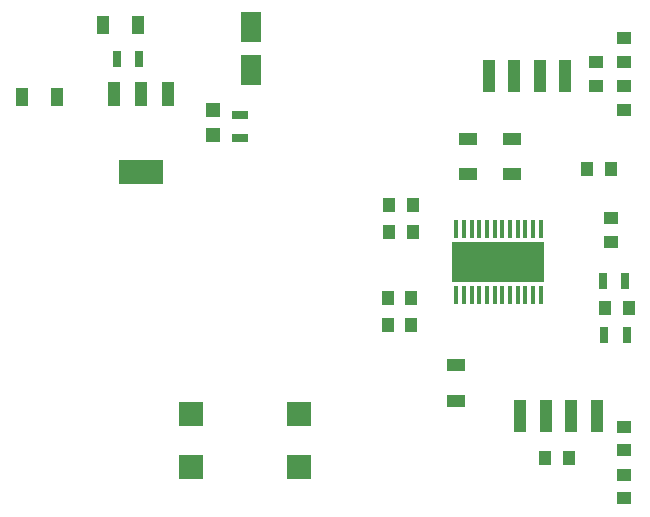
<source format=gbr>
G04 #@! TF.FileFunction,Paste,Top*
%FSLAX46Y46*%
G04 Gerber Fmt 4.6, Leading zero omitted, Abs format (unit mm)*
G04 Created by KiCad (PCBNEW 4.0.0-2.201512072331+6194~38~ubuntu14.04.1-stable) date Tue 05 Jul 2016 05:48:41 PM CEST*
%MOMM*%
G01*
G04 APERTURE LIST*
%ADD10C,0.100000*%
%ADD11R,1.050800X1.650800*%
%ADD12R,1.300800X1.050800*%
%ADD13R,1.650800X1.050800*%
%ADD14R,1.651000X2.651760*%
%ADD15R,1.050800X1.300800*%
%ADD16R,1.041400X2.743200*%
%ADD17R,0.750800X1.350800*%
%ADD18R,2.159000X2.159000*%
%ADD19R,3.708400X2.082800*%
%ADD20R,1.066800X2.082800*%
%ADD21R,1.350800X0.750800*%
%ADD22R,1.249680X1.249680*%
%ADD23R,0.300800X1.600800*%
%ADD24R,7.850800X3.450800*%
G04 APERTURE END LIST*
D10*
D11*
X104926000Y-90678000D03*
X107926000Y-90678000D03*
X111784000Y-84582000D03*
X114784000Y-84582000D03*
D12*
X153543000Y-89773000D03*
X153543000Y-87773000D03*
X155956000Y-85741000D03*
X155956000Y-87741000D03*
D13*
X142748000Y-94258000D03*
X142748000Y-97258000D03*
D14*
X124333000Y-88414860D03*
X124333000Y-84813140D03*
D13*
X141732000Y-116435000D03*
X141732000Y-113435000D03*
X146431000Y-94258000D03*
X146431000Y-97258000D03*
D12*
X155956000Y-91805000D03*
X155956000Y-89805000D03*
D15*
X151241000Y-121285000D03*
X149241000Y-121285000D03*
D12*
X155956000Y-122698000D03*
X155956000Y-124698000D03*
D15*
X138033000Y-99822000D03*
X136033000Y-99822000D03*
X138033000Y-102108000D03*
X136033000Y-102108000D03*
X137906000Y-109982000D03*
X135906000Y-109982000D03*
X137906000Y-107696000D03*
X135906000Y-107696000D03*
D12*
X155956000Y-120634000D03*
X155956000Y-118634000D03*
D15*
X154321000Y-108585000D03*
X156321000Y-108585000D03*
D12*
X154813000Y-100981000D03*
X154813000Y-102981000D03*
D15*
X154797000Y-96774000D03*
X152797000Y-96774000D03*
D16*
X144449800Y-88900000D03*
X146634200Y-88900000D03*
X150952200Y-88900000D03*
X148767800Y-88900000D03*
X147116800Y-117729000D03*
X149301200Y-117729000D03*
X153619200Y-117729000D03*
X151434800Y-117729000D03*
D17*
X114869000Y-87503000D03*
X112969000Y-87503000D03*
X156144000Y-110871000D03*
X154244000Y-110871000D03*
X154117000Y-106299000D03*
X156017000Y-106299000D03*
D18*
X128384300Y-122008900D03*
X119265700Y-122008900D03*
X128384300Y-117513100D03*
X119265700Y-117513100D03*
D19*
X115062000Y-97028000D03*
D20*
X115062000Y-90424000D03*
X112776000Y-90424000D03*
X117348000Y-90424000D03*
D21*
X123444000Y-94168000D03*
X123444000Y-92268000D03*
D22*
X121158000Y-91787980D03*
X121158000Y-93886020D03*
D23*
X141713000Y-107448000D03*
X142363000Y-107448000D03*
X143013000Y-107448000D03*
X143663000Y-107448000D03*
X144313000Y-107448000D03*
X144963000Y-107448000D03*
X145613000Y-107448000D03*
X146263000Y-107448000D03*
X146913000Y-107448000D03*
X147563000Y-107448000D03*
X148213000Y-107448000D03*
X148863000Y-107448000D03*
X148863000Y-101848000D03*
X148213000Y-101848000D03*
X147563000Y-101848000D03*
X146913000Y-101848000D03*
X146263000Y-101848000D03*
X145613000Y-101848000D03*
X144963000Y-101848000D03*
X144313000Y-101848000D03*
X143663000Y-101848000D03*
X143013000Y-101848000D03*
X142363000Y-101848000D03*
X141713000Y-101848000D03*
D24*
X145288000Y-104648000D03*
M02*

</source>
